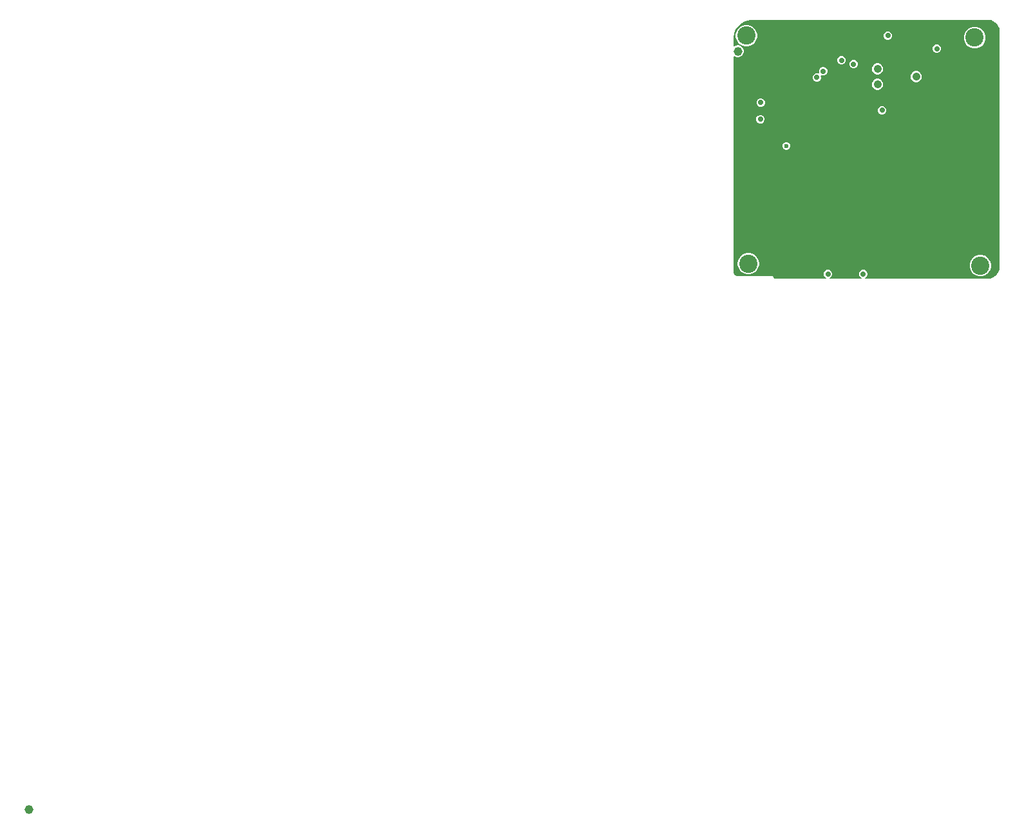
<source format=gbr>
%TF.GenerationSoftware,Altium Limited,Altium Designer,24.4.1 (13)*%
G04 Layer_Physical_Order=2*
G04 Layer_Color=36540*
%FSLAX45Y45*%
%MOMM*%
%TF.SameCoordinates,9860FC65-6E59-49BE-95FE-00A45DA03842*%
%TF.FilePolarity,Positive*%
%TF.FileFunction,Copper,L2,Inr,Signal*%
%TF.Part,Single*%
G01*
G75*
%TA.AperFunction,ViaPad*%
%ADD42C,1.15200*%
%TA.AperFunction,ComponentPad*%
%ADD43C,1.06700*%
%TA.AperFunction,ViaPad*%
%ADD44C,2.40000*%
%ADD45C,0.80000*%
%ADD46C,0.70000*%
%ADD47C,0.60000*%
%ADD48C,0.50000*%
G36*
X3404170Y3403851D02*
X3433288Y3391790D01*
X3459494Y3374280D01*
X3481780Y3351994D01*
X3499290Y3325788D01*
X3511351Y3296670D01*
X3517500Y3265759D01*
Y3250000D01*
Y170000D01*
Y153256D01*
X3510967Y120413D01*
X3498152Y89475D01*
X3479548Y61631D01*
X3455869Y37952D01*
X3428025Y19348D01*
X3397087Y6533D01*
X3364243Y0D01*
X1748520D01*
X1745994Y12700D01*
X1753655Y15873D01*
X1769127Y31345D01*
X1777500Y51560D01*
Y73440D01*
X1769127Y93655D01*
X1753655Y109127D01*
X1733440Y117500D01*
X1711560D01*
X1691345Y109127D01*
X1675873Y93655D01*
X1667500Y73440D01*
Y51560D01*
X1675873Y31345D01*
X1691345Y15873D01*
X1699006Y12700D01*
X1696480Y0D01*
X1286020D01*
X1283494Y12700D01*
X1291155Y15873D01*
X1306627Y31345D01*
X1315000Y51560D01*
Y73440D01*
X1306627Y93655D01*
X1291155Y109127D01*
X1270940Y117500D01*
X1249060D01*
X1228845Y109127D01*
X1213373Y93655D01*
X1205000Y73440D01*
Y51560D01*
X1213373Y31345D01*
X1228845Y15873D01*
X1236506Y12700D01*
X1233980Y0D01*
X555511D01*
X551835Y1522D01*
X549022Y4335D01*
X547500Y8011D01*
Y10000D01*
X546923Y15853D01*
X542444Y26667D01*
X534167Y34944D01*
X523353Y39423D01*
X517500Y40000D01*
X57554D01*
X39177Y47612D01*
X25112Y61677D01*
X17500Y80054D01*
Y90000D01*
Y1600000D01*
Y2926471D01*
X30200Y2931261D01*
X45048Y2922688D01*
X64784Y2917400D01*
X85216D01*
X104953Y2922688D01*
X122647Y2932905D01*
X137095Y2947352D01*
X147312Y2965047D01*
X152600Y2984784D01*
Y3005216D01*
X147312Y3024952D01*
X137095Y3042647D01*
X122647Y3057095D01*
X104953Y3067311D01*
X85216Y3072600D01*
X64784D01*
X45048Y3067311D01*
X30200Y3058739D01*
X17500Y3063529D01*
Y3181017D01*
X27261Y3230089D01*
X46408Y3276314D01*
X74205Y3317915D01*
X109584Y3353295D01*
X151186Y3381092D01*
X197411Y3400239D01*
X246483Y3410000D01*
X3373258D01*
X3404170Y3403851D01*
D02*
G37*
%LPC*%
G36*
X2058440Y3255000D02*
X2036560D01*
X2016345Y3246626D01*
X2000874Y3231155D01*
X1992500Y3210940D01*
Y3189060D01*
X2000874Y3168845D01*
X2016345Y3153373D01*
X2036560Y3145000D01*
X2058440D01*
X2078655Y3153373D01*
X2094127Y3168845D01*
X2102500Y3189060D01*
Y3210940D01*
X2094127Y3231155D01*
X2078655Y3246626D01*
X2058440Y3255000D01*
D02*
G37*
G36*
X205931Y3340000D02*
X169069D01*
X133462Y3330459D01*
X101538Y3312028D01*
X75472Y3285962D01*
X57041Y3254038D01*
X47500Y3218431D01*
Y3181569D01*
X57041Y3145962D01*
X75472Y3114038D01*
X101538Y3087972D01*
X133462Y3069541D01*
X169069Y3060000D01*
X205931D01*
X241538Y3069541D01*
X273462Y3087972D01*
X299528Y3114038D01*
X317959Y3145962D01*
X327500Y3181569D01*
Y3218431D01*
X317959Y3254038D01*
X299528Y3285962D01*
X273462Y3312028D01*
X241538Y3330459D01*
X205931Y3340000D01*
D02*
G37*
G36*
X3205931Y3315000D02*
X3169069D01*
X3133462Y3305459D01*
X3101538Y3287028D01*
X3075472Y3260962D01*
X3057041Y3229038D01*
X3047500Y3193431D01*
Y3156569D01*
X3057041Y3120962D01*
X3075472Y3089038D01*
X3101538Y3062972D01*
X3133462Y3044541D01*
X3169069Y3035000D01*
X3205931D01*
X3241538Y3044541D01*
X3273462Y3062972D01*
X3299528Y3089038D01*
X3317959Y3120962D01*
X3327500Y3156569D01*
Y3193431D01*
X3317959Y3229038D01*
X3299528Y3260962D01*
X3273462Y3287028D01*
X3241538Y3305459D01*
X3205931Y3315000D01*
D02*
G37*
G36*
X2700440Y3082458D02*
X2678560D01*
X2658345Y3074085D01*
X2642873Y3058613D01*
X2634500Y3038399D01*
Y3016518D01*
X2642873Y2996304D01*
X2658345Y2980832D01*
X2678560Y2972459D01*
X2700440D01*
X2720654Y2980832D01*
X2736126Y2996304D01*
X2744499Y3016518D01*
Y3038399D01*
X2736126Y3058613D01*
X2720654Y3074085D01*
X2700440Y3082458D01*
D02*
G37*
G36*
X1448440Y2930000D02*
X1426560D01*
X1406345Y2921627D01*
X1390874Y2906155D01*
X1382500Y2885940D01*
Y2864060D01*
X1390874Y2843845D01*
X1406345Y2828374D01*
X1426560Y2820000D01*
X1448440D01*
X1468655Y2828374D01*
X1484127Y2843845D01*
X1492500Y2864060D01*
Y2885940D01*
X1484127Y2906155D01*
X1468655Y2921627D01*
X1448440Y2930000D01*
D02*
G37*
G36*
X1605940Y2880000D02*
X1584060D01*
X1563845Y2871626D01*
X1548373Y2856155D01*
X1540000Y2835940D01*
Y2814060D01*
X1548373Y2793845D01*
X1563845Y2778373D01*
X1584060Y2770000D01*
X1605940D01*
X1626155Y2778373D01*
X1641626Y2793845D01*
X1650000Y2814060D01*
Y2835940D01*
X1641626Y2856155D01*
X1626155Y2871626D01*
X1605940Y2880000D01*
D02*
G37*
G36*
X1205940Y2787500D02*
X1184060D01*
X1163845Y2779127D01*
X1148373Y2763655D01*
X1140000Y2743440D01*
Y2721560D01*
X1144837Y2709884D01*
X1135116Y2700163D01*
X1123440Y2705000D01*
X1101560D01*
X1081345Y2696627D01*
X1065873Y2681155D01*
X1057500Y2660940D01*
Y2639060D01*
X1065873Y2618845D01*
X1081345Y2603374D01*
X1101560Y2595000D01*
X1123440D01*
X1143655Y2603374D01*
X1159126Y2618845D01*
X1167500Y2639060D01*
Y2660940D01*
X1162663Y2672616D01*
X1172383Y2682337D01*
X1184060Y2677500D01*
X1205940D01*
X1226155Y2685873D01*
X1241626Y2701345D01*
X1250000Y2721560D01*
Y2743440D01*
X1241626Y2763655D01*
X1226155Y2779127D01*
X1205940Y2787500D01*
D02*
G37*
G36*
X1920157Y2836450D02*
X1900844D01*
X1882188Y2831451D01*
X1865462Y2821794D01*
X1851806Y2808138D01*
X1842149Y2791412D01*
X1837150Y2772756D01*
Y2753443D01*
X1842149Y2734788D01*
X1851806Y2718062D01*
X1865462Y2704405D01*
X1882188Y2694749D01*
X1900844Y2689750D01*
X1920157D01*
X1938812Y2694749D01*
X1955538Y2704405D01*
X1969195Y2718062D01*
X1978851Y2734788D01*
X1983850Y2753443D01*
Y2772756D01*
X1978851Y2791412D01*
X1969195Y2808138D01*
X1955538Y2821794D01*
X1938812Y2831451D01*
X1920157Y2836450D01*
D02*
G37*
G36*
X2428157Y2734850D02*
X2408844D01*
X2390188Y2729851D01*
X2373462Y2720194D01*
X2359806Y2706538D01*
X2350149Y2689812D01*
X2345150Y2671156D01*
Y2651843D01*
X2350149Y2633188D01*
X2359806Y2616462D01*
X2373462Y2602805D01*
X2390188Y2593149D01*
X2408844Y2588150D01*
X2428157D01*
X2446812Y2593149D01*
X2463538Y2602805D01*
X2477195Y2616462D01*
X2486851Y2633188D01*
X2491850Y2651843D01*
Y2671156D01*
X2486851Y2689812D01*
X2477195Y2706538D01*
X2463538Y2720194D01*
X2446812Y2729851D01*
X2428157Y2734850D01*
D02*
G37*
G36*
X1920157Y2633250D02*
X1900844D01*
X1882188Y2628251D01*
X1865462Y2618594D01*
X1851806Y2604938D01*
X1842149Y2588212D01*
X1837150Y2569556D01*
Y2550243D01*
X1842149Y2531588D01*
X1851806Y2514862D01*
X1865462Y2501205D01*
X1882188Y2491549D01*
X1900844Y2486550D01*
X1920157D01*
X1938812Y2491549D01*
X1955538Y2501205D01*
X1969195Y2514862D01*
X1978851Y2531588D01*
X1983850Y2550243D01*
Y2569556D01*
X1978851Y2588212D01*
X1969195Y2604938D01*
X1955538Y2618594D01*
X1938812Y2628251D01*
X1920157Y2633250D01*
D02*
G37*
G36*
X385440Y2374958D02*
X363560D01*
X343345Y2366585D01*
X327873Y2351113D01*
X319500Y2330899D01*
Y2309018D01*
X327873Y2288804D01*
X343345Y2273332D01*
X363560Y2264959D01*
X385440D01*
X405655Y2273332D01*
X421126Y2288804D01*
X429500Y2309018D01*
Y2330899D01*
X421126Y2351113D01*
X405655Y2366585D01*
X385440Y2374958D01*
D02*
G37*
G36*
X1980940Y2272500D02*
X1959060D01*
X1938845Y2264127D01*
X1923374Y2248655D01*
X1915000Y2228440D01*
Y2206560D01*
X1923374Y2186345D01*
X1938845Y2170873D01*
X1959060Y2162500D01*
X1980940D01*
X2001155Y2170873D01*
X2016627Y2186345D01*
X2025000Y2206560D01*
Y2228440D01*
X2016627Y2248655D01*
X2001155Y2264127D01*
X1980940Y2272500D01*
D02*
G37*
G36*
X383440Y2157500D02*
X361560D01*
X341345Y2149127D01*
X325873Y2133655D01*
X317500Y2113440D01*
Y2091560D01*
X325873Y2071345D01*
X341345Y2055873D01*
X361560Y2047500D01*
X383440D01*
X403655Y2055873D01*
X419126Y2071345D01*
X427500Y2091560D01*
Y2113440D01*
X419126Y2133655D01*
X403655Y2149127D01*
X383440Y2157500D01*
D02*
G37*
G36*
X722446Y1800000D02*
X702554D01*
X684177Y1792388D01*
X670112Y1778323D01*
X662500Y1759946D01*
Y1740054D01*
X670112Y1721677D01*
X684177Y1707612D01*
X702554Y1700000D01*
X722446D01*
X740823Y1707612D01*
X754888Y1721677D01*
X762500Y1740054D01*
Y1759946D01*
X754888Y1778323D01*
X740823Y1792388D01*
X722446Y1800000D01*
D02*
G37*
G36*
X230931Y340000D02*
X194069D01*
X158462Y330459D01*
X126538Y312028D01*
X100472Y285962D01*
X82041Y254038D01*
X72500Y218431D01*
Y181569D01*
X82041Y145962D01*
X100472Y114038D01*
X126538Y87972D01*
X158462Y69541D01*
X194069Y60000D01*
X230931D01*
X266538Y69541D01*
X298462Y87972D01*
X324528Y114038D01*
X342959Y145962D01*
X352500Y181569D01*
Y218431D01*
X342959Y254038D01*
X324528Y285962D01*
X298462Y312028D01*
X266538Y330459D01*
X230931Y340000D01*
D02*
G37*
G36*
X3280931Y315000D02*
X3244069D01*
X3208462Y305459D01*
X3176538Y287028D01*
X3150472Y260962D01*
X3132041Y229038D01*
X3122500Y193431D01*
Y156569D01*
X3132041Y120962D01*
X3150472Y89038D01*
X3176538Y62972D01*
X3208462Y44541D01*
X3244069Y35000D01*
X3280931D01*
X3316538Y44541D01*
X3348462Y62972D01*
X3374528Y89038D01*
X3392959Y120962D01*
X3402500Y156569D01*
Y193431D01*
X3392959Y229038D01*
X3374528Y260962D01*
X3348462Y287028D01*
X3316538Y305459D01*
X3280931Y315000D01*
D02*
G37*
%LPD*%
D42*
X3425000Y465000D02*
D03*
X75000Y2995000D02*
D03*
X-9247300Y-6984800D02*
D03*
D43*
X1910500Y2763100D02*
D03*
Y2559900D02*
D03*
X2418500Y2661500D02*
D03*
D44*
X3262500Y175000D02*
D03*
X212500Y200000D02*
D03*
X3187500Y3175000D02*
D03*
X187500Y3200000D02*
D03*
D45*
X3237507Y2900005D02*
D03*
X3337507Y2700005D02*
D03*
X3237507Y2500005D02*
D03*
Y1300005D02*
D03*
X3337507Y1100004D02*
D03*
X3237507Y900004D02*
D03*
X3337507Y700004D02*
D03*
X3237507Y500004D02*
D03*
X3037507Y3300006D02*
D03*
Y2900005D02*
D03*
X3137507Y2700005D02*
D03*
X3037507Y2500005D02*
D03*
X3137507Y1500005D02*
D03*
X3037507Y1300005D02*
D03*
X3137507Y1100004D02*
D03*
X3037507Y900004D02*
D03*
X3137507Y700004D02*
D03*
X3037507Y500004D02*
D03*
Y100004D02*
D03*
X2837507Y3300006D02*
D03*
X2937507Y3100005D02*
D03*
X2837507Y2900005D02*
D03*
X2937507Y2700005D02*
D03*
X2837507Y2500005D02*
D03*
X2937507Y2300005D02*
D03*
Y1100004D02*
D03*
X2837507Y900004D02*
D03*
X2937507Y300004D02*
D03*
X2837507Y100004D02*
D03*
X2637507Y3300006D02*
D03*
X2737507Y2300005D02*
D03*
X2637507Y2100005D02*
D03*
Y1300005D02*
D03*
Y900004D02*
D03*
X2737507Y300004D02*
D03*
X2437506Y2900005D02*
D03*
X2537506Y2700005D02*
D03*
X2437506Y2500005D02*
D03*
Y2100005D02*
D03*
Y1300005D02*
D03*
X2537506Y1100004D02*
D03*
X2437506Y900004D02*
D03*
X2237506Y1700005D02*
D03*
X2337506Y700004D02*
D03*
Y300004D02*
D03*
X2137506Y2300005D02*
D03*
X2037506Y2100005D02*
D03*
Y1700005D02*
D03*
X1837506Y2900005D02*
D03*
Y1700005D02*
D03*
X1937506Y1500005D02*
D03*
X1437506Y500004D02*
D03*
X1037506Y2900005D02*
D03*
Y900004D02*
D03*
X737506Y700004D02*
D03*
X437505Y3300006D02*
D03*
X537505Y1100004D02*
D03*
Y700004D02*
D03*
X237505Y1700005D02*
D03*
Y500004D02*
D03*
D46*
X470000Y1950556D02*
D03*
X1077500Y2405000D02*
D03*
X1022500Y2548056D02*
D03*
X1807500Y1315000D02*
D03*
X1940000Y2062500D02*
D03*
X805000Y2965000D02*
D03*
X399500Y1027459D02*
D03*
X2689500Y3027459D02*
D03*
X1970000Y2217500D02*
D03*
X374500Y2319959D02*
D03*
X214499Y2469959D02*
D03*
X372500Y2102500D02*
D03*
X1437500Y2875000D02*
D03*
X1195000Y2732500D02*
D03*
X1595000Y2825000D02*
D03*
X1260000Y62500D02*
D03*
X1722500D02*
D03*
X1392500Y1070000D02*
D03*
X1352500Y632500D02*
D03*
X2980000Y1442500D02*
D03*
X2890000Y2105000D02*
D03*
X2087500Y2885000D02*
D03*
X1885000Y3067500D02*
D03*
X1145000Y2550000D02*
D03*
X2047500Y3200000D02*
D03*
X1112500Y2650000D02*
D03*
D47*
X712500Y1750000D02*
D03*
D48*
X1497500Y1605000D02*
D03*
X1387500D02*
D03*
X1277500D02*
D03*
X1167500D02*
D03*
X1057500D02*
D03*
X1497500Y1715000D02*
D03*
X1387500D02*
D03*
X1277500D02*
D03*
X1167500D02*
D03*
X1057500D02*
D03*
X1497500Y1825000D02*
D03*
X1387500D02*
D03*
X1277500D02*
D03*
X1167500D02*
D03*
X1057500D02*
D03*
X1497500Y1935000D02*
D03*
X1387500D02*
D03*
X1277500D02*
D03*
X1167500D02*
D03*
X1057500D02*
D03*
X1497500Y2045000D02*
D03*
X1387500D02*
D03*
X1277500D02*
D03*
X1167500D02*
D03*
X1057500D02*
D03*
X642500Y2730000D02*
D03*
Y2620000D02*
D03*
X532500D02*
D03*
Y2730000D02*
D03*
%TF.MD5,5f3f7ed2cb9bf2685927bb2e0b996ca5*%
M02*

</source>
